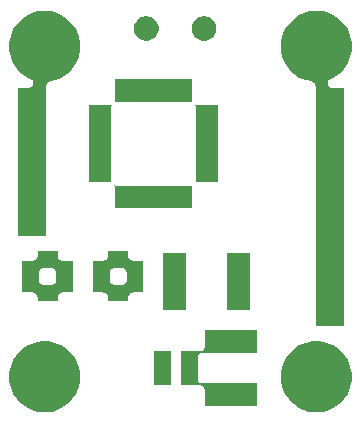
<source format=gbr>
G04 #@! TF.GenerationSoftware,KiCad,Pcbnew,(5.0.0)*
G04 #@! TF.CreationDate,2019-02-01T13:11:41+03:00*
G04 #@! TF.ProjectId,aks,616B732E6B696361645F706362000000,rev?*
G04 #@! TF.SameCoordinates,Original*
G04 #@! TF.FileFunction,Soldermask,Top*
G04 #@! TF.FilePolarity,Negative*
%FSLAX46Y46*%
G04 Gerber Fmt 4.6, Leading zero omitted, Abs format (unit mm)*
G04 Created by KiCad (PCBNEW (5.0.0)) date 02/01/19 13:11:41*
%MOMM*%
%LPD*%
G01*
G04 APERTURE LIST*
%ADD10C,0.100000*%
G04 APERTURE END LIST*
D10*
G36*
X495585271Y-315057644D02*
X495875068Y-315115288D01*
X496421033Y-315341434D01*
X496912389Y-315669748D01*
X497330252Y-316087611D01*
X497453433Y-316271964D01*
X497658566Y-316578967D01*
X497884712Y-317124933D01*
X498000000Y-317704525D01*
X498000000Y-318295475D01*
X497984733Y-318372228D01*
X497884712Y-318875068D01*
X497658566Y-319421033D01*
X497330252Y-319912389D01*
X496912389Y-320330252D01*
X496421033Y-320658566D01*
X495875068Y-320884712D01*
X495585271Y-320942356D01*
X495295475Y-321000000D01*
X494704525Y-321000000D01*
X494414729Y-320942356D01*
X494124932Y-320884712D01*
X493578967Y-320658566D01*
X493087611Y-320330252D01*
X492669748Y-319912389D01*
X492341434Y-319421033D01*
X492115288Y-318875068D01*
X492015267Y-318372228D01*
X492000000Y-318295475D01*
X492000000Y-317704525D01*
X492115288Y-317124933D01*
X492341434Y-316578967D01*
X492546567Y-316271964D01*
X492669748Y-316087611D01*
X493087611Y-315669748D01*
X493578967Y-315341434D01*
X494124932Y-315115288D01*
X494414729Y-315057644D01*
X494704525Y-315000000D01*
X495295475Y-315000000D01*
X495585271Y-315057644D01*
X495585271Y-315057644D01*
G37*
G36*
X472585271Y-315057644D02*
X472875068Y-315115288D01*
X473421033Y-315341434D01*
X473912389Y-315669748D01*
X474330252Y-316087611D01*
X474453433Y-316271964D01*
X474658566Y-316578967D01*
X474884712Y-317124933D01*
X475000000Y-317704525D01*
X475000000Y-318295475D01*
X474984733Y-318372228D01*
X474884712Y-318875068D01*
X474658566Y-319421033D01*
X474330252Y-319912389D01*
X473912389Y-320330252D01*
X473421033Y-320658566D01*
X472875068Y-320884712D01*
X472585271Y-320942356D01*
X472295475Y-321000000D01*
X471704525Y-321000000D01*
X471414729Y-320942356D01*
X471124932Y-320884712D01*
X470578967Y-320658566D01*
X470087611Y-320330252D01*
X469669748Y-319912389D01*
X469341434Y-319421033D01*
X469115288Y-318875068D01*
X469015267Y-318372228D01*
X469000000Y-318295475D01*
X469000000Y-317704525D01*
X469115288Y-317124933D01*
X469341434Y-316578967D01*
X469546567Y-316271964D01*
X469669748Y-316087611D01*
X470087611Y-315669748D01*
X470578967Y-315341434D01*
X471124932Y-315115288D01*
X471414729Y-315057644D01*
X471704525Y-315000000D01*
X472295475Y-315000000D01*
X472585271Y-315057644D01*
X472585271Y-315057644D01*
G37*
G36*
X489950000Y-315950000D02*
X485350000Y-315950000D01*
X485271964Y-315957686D01*
X485196927Y-315980448D01*
X485127772Y-316017412D01*
X485067157Y-316067157D01*
X485017412Y-316127772D01*
X484980448Y-316196927D01*
X484957686Y-316271964D01*
X484950000Y-316350000D01*
X484950000Y-318150000D01*
X484957686Y-318228036D01*
X484980448Y-318303073D01*
X485017412Y-318372228D01*
X485067157Y-318432843D01*
X485127772Y-318482588D01*
X485196927Y-318519552D01*
X485271964Y-318542314D01*
X485350000Y-318550000D01*
X489950000Y-318550000D01*
X489950000Y-320450000D01*
X485550000Y-320450000D01*
X485550000Y-319100000D01*
X485542314Y-319021964D01*
X485519552Y-318946927D01*
X485482588Y-318877772D01*
X485432843Y-318817157D01*
X485372228Y-318767412D01*
X485303073Y-318730448D01*
X485228036Y-318707686D01*
X485150000Y-318700000D01*
X483550000Y-318700000D01*
X483550000Y-315800000D01*
X485150000Y-315800000D01*
X485228036Y-315792314D01*
X485303073Y-315769552D01*
X485372228Y-315732588D01*
X485432843Y-315682843D01*
X485482588Y-315622228D01*
X485519552Y-315553073D01*
X485542314Y-315478036D01*
X485550000Y-315400000D01*
X485550000Y-314050000D01*
X489950000Y-314050000D01*
X489950000Y-315950000D01*
X489950000Y-315950000D01*
G37*
G36*
X482700000Y-318700000D02*
X481300000Y-318700000D01*
X481300000Y-315800000D01*
X482700000Y-315800000D01*
X482700000Y-318700000D01*
X482700000Y-318700000D01*
G37*
G36*
X495585271Y-287057644D02*
X495875068Y-287115288D01*
X496421033Y-287341434D01*
X496912389Y-287669748D01*
X497330252Y-288087611D01*
X497658566Y-288578967D01*
X497884712Y-289124932D01*
X498000000Y-289704526D01*
X498000000Y-290295474D01*
X497884712Y-290875068D01*
X497658566Y-291421033D01*
X497330252Y-291912389D01*
X496912389Y-292330252D01*
X496421033Y-292658566D01*
X496199205Y-292750450D01*
X496130054Y-292787412D01*
X496069439Y-292837157D01*
X496019694Y-292897772D01*
X495982730Y-292966927D01*
X495959968Y-293041964D01*
X495952282Y-293120000D01*
X495959968Y-293198036D01*
X495982730Y-293273073D01*
X496019694Y-293342228D01*
X496069439Y-293402843D01*
X496130054Y-293452588D01*
X496199209Y-293489552D01*
X496274246Y-293512314D01*
X496352282Y-293520000D01*
X497340000Y-293520000D01*
X497340000Y-313710000D01*
X494940000Y-313710000D01*
X494940000Y-293375110D01*
X494932314Y-293297074D01*
X494909552Y-293222037D01*
X494872588Y-293152882D01*
X494822843Y-293092267D01*
X494762228Y-293042522D01*
X494693073Y-293005558D01*
X494618037Y-292982796D01*
X494124932Y-292884712D01*
X493578967Y-292658566D01*
X493087611Y-292330252D01*
X492669748Y-291912389D01*
X492341434Y-291421033D01*
X492115288Y-290875068D01*
X492000000Y-290295474D01*
X492000000Y-289704526D01*
X492115288Y-289124932D01*
X492341434Y-288578967D01*
X492669748Y-288087611D01*
X493087611Y-287669748D01*
X493578967Y-287341434D01*
X494124932Y-287115288D01*
X494414729Y-287057644D01*
X494704525Y-287000000D01*
X495295475Y-287000000D01*
X495585271Y-287057644D01*
X495585271Y-287057644D01*
G37*
G36*
X489400000Y-312310000D02*
X487400000Y-312310000D01*
X487400000Y-307500000D01*
X489400000Y-307500000D01*
X489400000Y-312310000D01*
X489400000Y-312310000D01*
G37*
G36*
X484000000Y-308781370D02*
X483987686Y-308821964D01*
X483980000Y-308900000D01*
X483980000Y-309640000D01*
X483987686Y-309718036D01*
X484000000Y-309758630D01*
X484000000Y-311321370D01*
X483987686Y-311361964D01*
X483980000Y-311440000D01*
X483980000Y-312310000D01*
X482020000Y-312310000D01*
X482020000Y-311440000D01*
X482012314Y-311361964D01*
X482000000Y-311321370D01*
X482000000Y-309758630D01*
X482012314Y-309718036D01*
X482020000Y-309640000D01*
X482020000Y-308900000D01*
X482012314Y-308821964D01*
X482000000Y-308781370D01*
X482000000Y-307500000D01*
X484000000Y-307500000D01*
X484000000Y-308781370D01*
X484000000Y-308781370D01*
G37*
G36*
X473100000Y-307750000D02*
X473107686Y-307828036D01*
X473130448Y-307903073D01*
X473167412Y-307972228D01*
X473217157Y-308032843D01*
X473277772Y-308082588D01*
X473346927Y-308119552D01*
X473421964Y-308142314D01*
X473500000Y-308150000D01*
X474375000Y-308150000D01*
X474375000Y-310850000D01*
X473500000Y-310850000D01*
X473421964Y-310857686D01*
X473346927Y-310880448D01*
X473277772Y-310917412D01*
X473217157Y-310967157D01*
X473167412Y-311027772D01*
X473130448Y-311096927D01*
X473107686Y-311171964D01*
X473100000Y-311250000D01*
X473100000Y-311600000D01*
X471400000Y-311600000D01*
X471400000Y-311250000D01*
X471392314Y-311171964D01*
X471369552Y-311096927D01*
X471332588Y-311027772D01*
X471282843Y-310967157D01*
X471222228Y-310917412D01*
X471153073Y-310880448D01*
X471078036Y-310857686D01*
X471000000Y-310850000D01*
X470125000Y-310850000D01*
X470125000Y-309175000D01*
X471525000Y-309175000D01*
X471525000Y-309800000D01*
X471532686Y-309878036D01*
X471555448Y-309953073D01*
X471592412Y-310022228D01*
X471642157Y-310082843D01*
X471702772Y-310132588D01*
X471771927Y-310169552D01*
X471846964Y-310192314D01*
X471925000Y-310200000D01*
X472575000Y-310200000D01*
X472653036Y-310192314D01*
X472728073Y-310169552D01*
X472797228Y-310132588D01*
X472857843Y-310082843D01*
X472907588Y-310022228D01*
X472944552Y-309953073D01*
X472967314Y-309878036D01*
X472975000Y-309800000D01*
X472975000Y-309175000D01*
X472967314Y-309096964D01*
X472944552Y-309021927D01*
X472907588Y-308952772D01*
X472857843Y-308892157D01*
X472797228Y-308842412D01*
X472728073Y-308805448D01*
X472653036Y-308782686D01*
X472575000Y-308775000D01*
X471925000Y-308775000D01*
X471846964Y-308782686D01*
X471771927Y-308805448D01*
X471702772Y-308842412D01*
X471642157Y-308892157D01*
X471592412Y-308952772D01*
X471555448Y-309021927D01*
X471532686Y-309096964D01*
X471525000Y-309175000D01*
X470125000Y-309175000D01*
X470125000Y-308150000D01*
X471000000Y-308150000D01*
X471078036Y-308142314D01*
X471153073Y-308119552D01*
X471222228Y-308082588D01*
X471282843Y-308032843D01*
X471332588Y-307972228D01*
X471369552Y-307903073D01*
X471392314Y-307828036D01*
X471400000Y-307750000D01*
X471400000Y-307375000D01*
X473100000Y-307375000D01*
X473100000Y-307750000D01*
X473100000Y-307750000D01*
G37*
G36*
X479075000Y-307750000D02*
X479082686Y-307828036D01*
X479105448Y-307903073D01*
X479142412Y-307972228D01*
X479192157Y-308032843D01*
X479252772Y-308082588D01*
X479321927Y-308119552D01*
X479396964Y-308142314D01*
X479475000Y-308150000D01*
X480350000Y-308150000D01*
X480350000Y-310850000D01*
X479475000Y-310850000D01*
X479396964Y-310857686D01*
X479321927Y-310880448D01*
X479252772Y-310917412D01*
X479192157Y-310967157D01*
X479142412Y-311027772D01*
X479105448Y-311096927D01*
X479082686Y-311171964D01*
X479075000Y-311250000D01*
X479075000Y-311600000D01*
X477375000Y-311600000D01*
X477375000Y-311250000D01*
X477367314Y-311171964D01*
X477344552Y-311096927D01*
X477307588Y-311027772D01*
X477257843Y-310967157D01*
X477197228Y-310917412D01*
X477128073Y-310880448D01*
X477053036Y-310857686D01*
X476975000Y-310850000D01*
X476100000Y-310850000D01*
X476100000Y-309175000D01*
X477500000Y-309175000D01*
X477500000Y-309800000D01*
X477507686Y-309878036D01*
X477530448Y-309953073D01*
X477567412Y-310022228D01*
X477617157Y-310082843D01*
X477677772Y-310132588D01*
X477746927Y-310169552D01*
X477821964Y-310192314D01*
X477900000Y-310200000D01*
X478550000Y-310200000D01*
X478628036Y-310192314D01*
X478703073Y-310169552D01*
X478772228Y-310132588D01*
X478832843Y-310082843D01*
X478882588Y-310022228D01*
X478919552Y-309953073D01*
X478942314Y-309878036D01*
X478950000Y-309800000D01*
X478950000Y-309175000D01*
X478942314Y-309096964D01*
X478919552Y-309021927D01*
X478882588Y-308952772D01*
X478832843Y-308892157D01*
X478772228Y-308842412D01*
X478703073Y-308805448D01*
X478628036Y-308782686D01*
X478550000Y-308775000D01*
X477900000Y-308775000D01*
X477821964Y-308782686D01*
X477746927Y-308805448D01*
X477677772Y-308842412D01*
X477617157Y-308892157D01*
X477567412Y-308952772D01*
X477530448Y-309021927D01*
X477507686Y-309096964D01*
X477500000Y-309175000D01*
X476100000Y-309175000D01*
X476100000Y-308150000D01*
X476975000Y-308150000D01*
X477053036Y-308142314D01*
X477128073Y-308119552D01*
X477197228Y-308082588D01*
X477257843Y-308032843D01*
X477307588Y-307972228D01*
X477344552Y-307903073D01*
X477367314Y-307828036D01*
X477375000Y-307750000D01*
X477375000Y-307375000D01*
X479075000Y-307375000D01*
X479075000Y-307750000D01*
X479075000Y-307750000D01*
G37*
G36*
X472585271Y-287057644D02*
X472875068Y-287115288D01*
X473421033Y-287341434D01*
X473912389Y-287669748D01*
X474330252Y-288087611D01*
X474658566Y-288578967D01*
X474884712Y-289124932D01*
X475000000Y-289704526D01*
X475000000Y-290295474D01*
X474884712Y-290875068D01*
X474658566Y-291421033D01*
X474330252Y-291912389D01*
X473912389Y-292330252D01*
X473421033Y-292658566D01*
X472875068Y-292884712D01*
X472451961Y-292968873D01*
X472376927Y-292991634D01*
X472307772Y-293028598D01*
X472247158Y-293078343D01*
X472197412Y-293138958D01*
X472160448Y-293208112D01*
X472137686Y-293283150D01*
X472130000Y-293361186D01*
X472130000Y-296234336D01*
X472127686Y-296241964D01*
X472120000Y-296320000D01*
X472120000Y-306080000D01*
X469720000Y-306080000D01*
X469720000Y-295745664D01*
X469722314Y-295738036D01*
X469730000Y-295660000D01*
X469730000Y-293520000D01*
X470647718Y-293520000D01*
X470725754Y-293512314D01*
X470800791Y-293489552D01*
X470869946Y-293452588D01*
X470930561Y-293402843D01*
X470980306Y-293342228D01*
X471017270Y-293273073D01*
X471040032Y-293198036D01*
X471047718Y-293120000D01*
X471040032Y-293041964D01*
X471017270Y-292966927D01*
X470980306Y-292897772D01*
X470930561Y-292837157D01*
X470869946Y-292787412D01*
X470800795Y-292750450D01*
X470578967Y-292658566D01*
X470087611Y-292330252D01*
X469669748Y-291912389D01*
X469341434Y-291421033D01*
X469115288Y-290875068D01*
X469000000Y-290295474D01*
X469000000Y-289704526D01*
X469115288Y-289124932D01*
X469341434Y-288578967D01*
X469669748Y-288087611D01*
X470087611Y-287669748D01*
X470578967Y-287341434D01*
X471124932Y-287115288D01*
X471414729Y-287057644D01*
X471704525Y-287000000D01*
X472295475Y-287000000D01*
X472585271Y-287057644D01*
X472585271Y-287057644D01*
G37*
G36*
X477896927Y-301769552D02*
X477971964Y-301792314D01*
X478050000Y-301800000D01*
X484400000Y-301800000D01*
X484478036Y-301792314D01*
X484501415Y-301785222D01*
X484482686Y-301846964D01*
X484475000Y-301925000D01*
X484475000Y-303700000D01*
X477925000Y-303700000D01*
X477925000Y-301925000D01*
X477917314Y-301846964D01*
X477894552Y-301771927D01*
X477891825Y-301766825D01*
X477896927Y-301769552D01*
X477896927Y-301769552D01*
G37*
G36*
X477680448Y-294946927D02*
X477657686Y-295021964D01*
X477650000Y-295100000D01*
X477650000Y-301400000D01*
X477657686Y-301478036D01*
X477680448Y-301553073D01*
X477683175Y-301558175D01*
X477678073Y-301555448D01*
X477603036Y-301532686D01*
X477525000Y-301525000D01*
X475750000Y-301525000D01*
X475750000Y-294975000D01*
X477525000Y-294975000D01*
X477603036Y-294967314D01*
X477678073Y-294944552D01*
X477683175Y-294941825D01*
X477680448Y-294946927D01*
X477680448Y-294946927D01*
G37*
G36*
X484796964Y-294967314D02*
X484875000Y-294975000D01*
X486700000Y-294975000D01*
X486700000Y-301525000D01*
X484875000Y-301525000D01*
X484796964Y-301532686D01*
X484773585Y-301539778D01*
X484792314Y-301478036D01*
X484800000Y-301400000D01*
X484800000Y-295100000D01*
X484792314Y-295021964D01*
X484773585Y-294960222D01*
X484796964Y-294967314D01*
X484796964Y-294967314D01*
G37*
G36*
X484475000Y-294575000D02*
X484482686Y-294653036D01*
X484501415Y-294714778D01*
X484478036Y-294707686D01*
X484400000Y-294700000D01*
X478050000Y-294700000D01*
X477971964Y-294707686D01*
X477896927Y-294730448D01*
X477891825Y-294733175D01*
X477894552Y-294728073D01*
X477917314Y-294653036D01*
X477925000Y-294575000D01*
X477925000Y-292800000D01*
X484475000Y-292800000D01*
X484475000Y-294575000D01*
X484475000Y-294575000D01*
G37*
G36*
X485806274Y-287490350D02*
X485997362Y-287569502D01*
X486169336Y-287684411D01*
X486315589Y-287830664D01*
X486430498Y-288002638D01*
X486509650Y-288193726D01*
X486550000Y-288396584D01*
X486550000Y-288603416D01*
X486509650Y-288806274D01*
X486430498Y-288997362D01*
X486315589Y-289169336D01*
X486169336Y-289315589D01*
X485997362Y-289430498D01*
X485806274Y-289509650D01*
X485603416Y-289550000D01*
X485396584Y-289550000D01*
X485193726Y-289509650D01*
X485002638Y-289430498D01*
X484830664Y-289315589D01*
X484684411Y-289169336D01*
X484569502Y-288997362D01*
X484490350Y-288806274D01*
X484450000Y-288603416D01*
X484450000Y-288396584D01*
X484490350Y-288193726D01*
X484569502Y-288002638D01*
X484684411Y-287830664D01*
X484830664Y-287684411D01*
X485002638Y-287569502D01*
X485193726Y-287490350D01*
X485396584Y-287450000D01*
X485603416Y-287450000D01*
X485806274Y-287490350D01*
X485806274Y-287490350D01*
G37*
G36*
X480906274Y-287490350D02*
X481097362Y-287569502D01*
X481269336Y-287684411D01*
X481415589Y-287830664D01*
X481530498Y-288002638D01*
X481609650Y-288193726D01*
X481650000Y-288396584D01*
X481650000Y-288603416D01*
X481609650Y-288806274D01*
X481530498Y-288997362D01*
X481415589Y-289169336D01*
X481269336Y-289315589D01*
X481097362Y-289430498D01*
X480906274Y-289509650D01*
X480703416Y-289550000D01*
X480496584Y-289550000D01*
X480293726Y-289509650D01*
X480102638Y-289430498D01*
X479930664Y-289315589D01*
X479784411Y-289169336D01*
X479669502Y-288997362D01*
X479590350Y-288806274D01*
X479550000Y-288603416D01*
X479550000Y-288396584D01*
X479590350Y-288193726D01*
X479669502Y-288002638D01*
X479784411Y-287830664D01*
X479930664Y-287684411D01*
X480102638Y-287569502D01*
X480293726Y-287490350D01*
X480496584Y-287450000D01*
X480703416Y-287450000D01*
X480906274Y-287490350D01*
X480906274Y-287490350D01*
G37*
M02*

</source>
